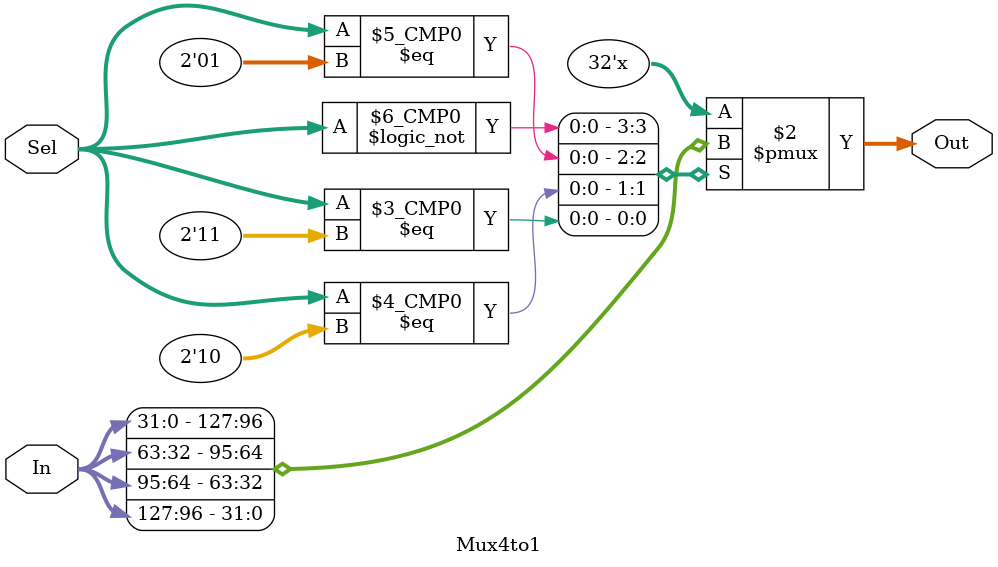
<source format=v>
`timescale 1ns / 1ps
module Mux4to1(
	output reg [31:0]  Out,
	input wire [127:0] In,
	input wire [1:0]   Sel
    );
	 
	 always @(Sel, In)
		case (Sel)
			2'b00: Out = In[31:0];
			2'b01: Out = In[63:32];
			2'b10: Out = In[95:64];
			2'b11: Out = In[127:96];   
         default: Out = 32'h00000000;			
		endcase


endmodule

</source>
